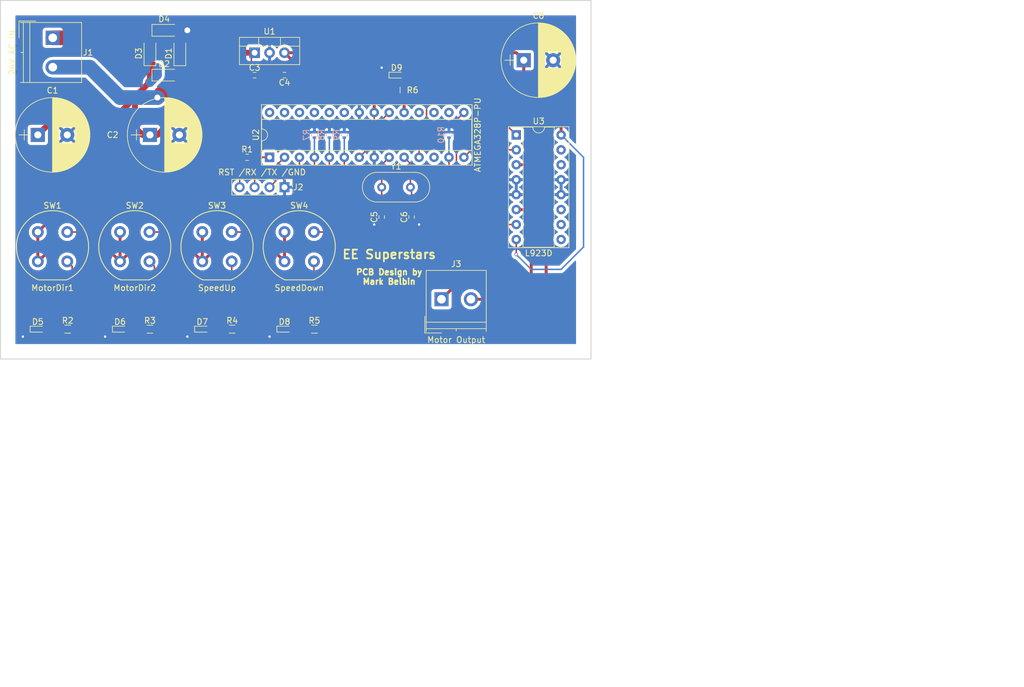
<source format=kicad_pcb>
(kicad_pcb (version 4) (host pcbnew 4.0.7)
  (layers (0 F.Cu signal) (31 B.Cu signal) (34 B.Paste user) (35 F.Paste user) (36 B.SilkS user) (37 F.SilkS user) (38 B.Mask user) (39 F.Mask user) (44 Edge.Cuts user))
  (net 0 "")
  (net 1 "Net-(C1-Pad1)")
  (net 2 GND)
  (net 3 5V)
  (net 4 "Net-(C5-Pad2)")
  (net 5 "Net-(C6-Pad2)")
  (net 6 "Net-(D1-Pad1)")
  (net 7 "Net-(D3-Pad2)")
  (net 8 "Net-(D5-Pad2)")
  (net 9 "Net-(D6-Pad2)")
  (net 10 "Net-(D7-Pad2)")
  (net 11 "Net-(D8-Pad2)")
  (net 12 "Net-(D9-Pad2)")
  (net 13 "Net-(J2-Pad2)")
  (net 14 "Net-(J2-Pad3)")
  (net 15 "Net-(J2-Pad4)")
  (net 16 "Net-(J3-Pad1)")
  (net 17 "Net-(J3-Pad2)")
  (net 18 "Net-(R2-Pad2)")
  (net 19 "Net-(R3-Pad2)")
  (net 20 "Net-(R4-Pad2)")
  (net 21 "Net-(R5-Pad2)")
  (net 22 LED5)
  (net 23 DIGPIN2)
  (net 24 DIGPIN3)
  (net 25 DIGPIN4)
  (net 26 DIGPIN5)
  (net 27 DIGPIN7)
  (net 28 DIGPIN9)
  (net 29 "Net-(U2-Pad16)")
  (net 30 "Net-(U2-Pad17)")
  (net 31 "Net-(U2-Pad18)")
  (net 32 "Net-(U2-Pad23)")
  (net 33 "Net-(U2-Pad24)")
  (net 34 "Net-(U2-Pad25)")
  (net 35 "Net-(U2-Pad12)")
  (net 36 "Net-(U2-Pad26)")
  (net 37 "Net-(U2-Pad27)")
  (net 38 DIGPIN8)
  (net 39 "Net-(U2-Pad28)")
  (net 40 "Net-(U3-Pad9)")
  (net 41 "Net-(U3-Pad10)")
  (net 42 "Net-(U3-Pad11)")
  (net 43 "Net-(U3-Pad14)")
  (net 44 "Net-(U3-Pad15)")
  (module Connectors_Terminal_Blocks:TerminalBlock_Philmore_TB132_02x5mm_Straight (layer F.Cu) (at 162.56 119.38)
    (fp_text reference J3 (at 2.5 -6) (layer F.SilkS))
    (fp_text value "Motor Output" (at 2.5 6.9) (layer F.SilkS))
    (pad 1 thru_hole rect (at 0 0) (size 2.4 2.4) (drill 1.47) (layers *.Cu *.Mask) (net 16 "Net-(J3-Pad1)"))
    (pad 2 thru_hole circle (at 5 0) (size 2.4 2.4) (drill 1.47) (layers *.Cu *.Mask) (net 17 "Net-(J3-Pad2)"))
  )
  (module Capacitors_THT:CP_Radial_D12.5mm_P5.00mm (layer F.Cu) (at 93.98 91.44)
    (fp_text reference C1 (at 2.5 -7.56) (layer F.SilkS))
    (fp_text value 470uF)
    (pad 1 thru_hole rect (at 0 0) (size 2.4 2.4) (drill 1.2) (layers *.Cu *.Mask) (net 1 "Net-(C1-Pad1)"))
    (pad 2 thru_hole circle (at 5 0) (size 2.4 2.4) (drill 1.2) (layers *.Cu *.Mask) (net 2 GND))
  )
  (module Capacitors_THT:CP_Radial_D12.5mm_P5.00mm (layer F.Cu) (at 113.03 91.44)
    (fp_text reference C2 (at -6.35 0) (layer F.SilkS))
    (fp_text value 470uF)
    (pad 1 thru_hole rect (at 0 0) (size 2.4 2.4) (drill 1.2) (layers *.Cu *.Mask) (net 1 "Net-(C1-Pad1)"))
    (pad 2 thru_hole circle (at 5 0) (size 2.4 2.4) (drill 1.2) (layers *.Cu *.Mask) (net 2 GND))
  )
  (module Capacitors_SMD:C_0402 (layer F.Cu) (at 130.81 81.28)
    (fp_text reference C3 (at 0 -1.27) (layer F.SilkS))
    (fp_text value 0.1uF)
    (pad 1 smd rect (at -0.55 0) (size 0.6 0.5) (layers F.Cu F.Paste F.Mask) (net 1 "Net-(C1-Pad1)"))
    (pad 2 smd rect (at 0.55 0) (size 0.6 0.5) (layers F.Cu F.Paste F.Mask) (net 2 GND))
  )
  (module Capacitors_SMD:C_0402 (layer F.Cu) (at 135.89 81.28 180)
    (fp_text reference C4 (at 0 -1.27 180) (layer F.SilkS))
    (fp_text value 0.1uF)
    (pad 1 smd rect (at -0.55 0 180) (size 0.6 0.5) (layers F.Cu F.Paste F.Mask) (net 3 5V))
    (pad 2 smd rect (at 0.55 0 180) (size 0.6 0.5) (layers F.Cu F.Paste F.Mask) (net 2 GND))
  )
  (module Capacitors_SMD:C_0402 (layer F.Cu) (at 152.4 105.41 90)
    (fp_text reference C5 (at 0 -1.27 90) (layer F.SilkS))
    (fp_text value 22pF)
    (pad 1 smd rect (at -0.55 0 90) (size 0.6 0.5) (layers F.Cu F.Paste F.Mask) (net 2 GND))
    (pad 2 smd rect (at 0.55 0 90) (size 0.6 0.5) (layers F.Cu F.Paste F.Mask) (net 4 "Net-(C5-Pad2)"))
  )
  (module Capacitors_SMD:C_0402 (layer F.Cu) (at 157.48 105.41 90)
    (fp_text reference C6 (at 0 -1.27 90) (layer F.SilkS))
    (fp_text value 22pF)
    (pad 1 smd rect (at -0.55 0 90) (size 0.6 0.5) (layers F.Cu F.Paste F.Mask) (net 2 GND))
    (pad 2 smd rect (at 0.55 0 90) (size 0.6 0.5) (layers F.Cu F.Paste F.Mask) (net 5 "Net-(C6-Pad2)"))
  )
  (module Capacitors_THT:CP_Radial_D12.5mm_P5.00mm (layer F.Cu) (at 176.53 78.74)
    (fp_text reference C8 (at 2.5 -7.56) (layer F.SilkS))
    (fp_text value 470uF)
    (pad 1 thru_hole rect (at 0 0) (size 2.4 2.4) (drill 1.2) (layers *.Cu *.Mask) (net 3 5V))
    (pad 2 thru_hole circle (at 5 0) (size 2.4 2.4) (drill 1.2) (layers *.Cu *.Mask) (net 2 GND))
  )
  (module Diodes_SMD:D_SOD-123F (layer F.Cu) (at 118.11 77.47 90)
    (fp_text reference D1 (at -0.127 -1.905 90) (layer F.SilkS))
    (fp_text value D1)
    (pad 1 smd rect (at -1.4 0 90) (size 1.1 1.1) (layers F.Cu F.Paste F.Mask) (net 6 "Net-(D1-Pad1)"))
    (pad 2 smd rect (at 1.4 0 90) (size 1.1 1.1) (layers F.Cu F.Paste F.Mask) (net 2 GND))
  )
  (module Diodes_SMD:D_SOD-123F (layer F.Cu) (at 115.57 81.28)
    (fp_text reference D2 (at -0.127 -1.905) (layer F.SilkS))
    (fp_text value D2)
    (pad 1 smd rect (at -1.4 0) (size 1.1 1.1) (layers F.Cu F.Paste F.Mask) (net 1 "Net-(C1-Pad1)"))
    (pad 2 smd rect (at 1.4 0) (size 1.1 1.1) (layers F.Cu F.Paste F.Mask) (net 6 "Net-(D1-Pad1)"))
  )
  (module Diodes_SMD:D_SOD-123F (layer F.Cu) (at 113.03 77.47 90)
    (fp_text reference D3 (at -0.127 -1.905 90) (layer F.SilkS))
    (fp_text value D3)
    (pad 1 smd rect (at -1.4 0 90) (size 1.1 1.1) (layers F.Cu F.Paste F.Mask) (net 1 "Net-(C1-Pad1)"))
    (pad 2 smd rect (at 1.4 0 90) (size 1.1 1.1) (layers F.Cu F.Paste F.Mask) (net 7 "Net-(D3-Pad2)"))
  )
  (module Diodes_SMD:D_SOD-123F (layer F.Cu) (at 115.57 73.66)
    (fp_text reference D4 (at -0.127 -1.905) (layer F.SilkS))
    (fp_text value DA22F2100L)
    (pad 1 smd rect (at -1.4 0) (size 1.1 1.1) (layers F.Cu F.Paste F.Mask) (net 7 "Net-(D3-Pad2)"))
    (pad 2 smd rect (at 1.4 0) (size 1.1 1.1) (layers F.Cu F.Paste F.Mask) (net 2 GND))
  )
  (module LEDs:LED_0603 (layer F.Cu) (at 93.98 124.46)
    (fp_text reference D5 (at 0 -1.25) (layer F.SilkS))
    (fp_text value LED1)
    (pad 2 smd rect (at 0.8 0 180) (size 0.8 0.8) (layers F.Cu F.Paste F.Mask) (net 8 "Net-(D5-Pad2)"))
    (pad 1 smd rect (at -0.8 0 180) (size 0.8 0.8) (layers F.Cu F.Paste F.Mask) (net 2 GND))
  )
  (module LEDs:LED_0603 (layer F.Cu) (at 107.95 124.46)
    (fp_text reference D6 (at 0 -1.25) (layer F.SilkS))
    (fp_text value LED2)
    (pad 2 smd rect (at 0.8 0 180) (size 0.8 0.8) (layers F.Cu F.Paste F.Mask) (net 9 "Net-(D6-Pad2)"))
    (pad 1 smd rect (at -0.8 0 180) (size 0.8 0.8) (layers F.Cu F.Paste F.Mask) (net 2 GND))
  )
  (module LEDs:LED_0603 (layer F.Cu) (at 121.92 124.46)
    (fp_text reference D7 (at 0 -1.25) (layer F.SilkS))
    (fp_text value LED3)
    (pad 2 smd rect (at 0.8 0 180) (size 0.8 0.8) (layers F.Cu F.Paste F.Mask) (net 10 "Net-(D7-Pad2)"))
    (pad 1 smd rect (at -0.8 0 180) (size 0.8 0.8) (layers F.Cu F.Paste F.Mask) (net 2 GND))
  )
  (module LEDs:LED_0603 (layer F.Cu) (at 135.89 124.46)
    (fp_text reference D8 (at 0 -1.25) (layer F.SilkS))
    (fp_text value LED4)
    (pad 2 smd rect (at 0.8 0 180) (size 0.8 0.8) (layers F.Cu F.Paste F.Mask) (net 11 "Net-(D8-Pad2)"))
    (pad 1 smd rect (at -0.8 0 180) (size 0.8 0.8) (layers F.Cu F.Paste F.Mask) (net 2 GND))
  )
  (module LEDs:LED_0603 (layer F.Cu) (at 154.94 81.28)
    (fp_text reference D9 (at 0 -1.25) (layer F.SilkS))
    (fp_text value LED5)
    (pad 2 smd rect (at 0.8 0 180) (size 0.8 0.8) (layers F.Cu F.Paste F.Mask) (net 12 "Net-(D9-Pad2)"))
    (pad 1 smd rect (at -0.8 0 180) (size 0.8 0.8) (layers F.Cu F.Paste F.Mask) (net 2 GND))
  )
  (module Connectors_Terminal_Blocks:TerminalBlock_Philmore_TB132_02x5mm_Straight (layer F.Cu) (at 96.52 74.93 270)
    (fp_text reference J1 (at 2.5 -6 540) (layer F.SilkS))
    (fp_text value "24V AC IN" (at 2.5 6.9 270) (layer F.SilkS))
    (pad 1 thru_hole rect (at 0 0 270) (size 2.4 2.4) (drill 1.47) (layers *.Cu *.Mask) (net 7 "Net-(D3-Pad2)"))
    (pad 2 thru_hole circle (at 5 0 270) (size 2.4 2.4) (drill 1.47) (layers *.Cu *.Mask) (net 6 "Net-(D1-Pad1)"))
  )
  (module Pin_Headers:Pin_Header_Straight_1x04_Pitch2.54mm (layer F.Cu) (at 135.89 100.33 270)
    (fp_text reference J2 (at 0 -2.33 540) (layer F.SilkS))
    (fp_text value "RST /RX /TX /GND" (at -2.54 3.81 360) (layer F.SilkS))
    (pad 1 thru_hole rect (at 0 0 270) (size 1.7 1.7) (drill 1) (layers *.Cu *.Mask) (net 2 GND))
    (pad 2 thru_hole oval (at 0 2.54 270) (size 1.7 1.7) (drill 1) (layers *.Cu *.Mask) (net 13 "Net-(J2-Pad2)"))
    (pad 3 thru_hole oval (at 0 5.08 270) (size 1.7 1.7) (drill 1) (layers *.Cu *.Mask) (net 14 "Net-(J2-Pad3)"))
    (pad 4 thru_hole oval (at 0 7.62 270) (size 1.7 1.7) (drill 1) (layers *.Cu *.Mask) (net 15 "Net-(J2-Pad4)"))
  )
  (module Resistors_SMD:R_0402 (layer F.Cu) (at 129.54 95.25)
    (fp_text reference R1 (at 0 -1.35) (layer F.SilkS))
    (fp_text value 10K)
    (pad 1 smd rect (at -0.45 0) (size 0.4 0.6) (layers F.Cu F.Paste F.Mask) (net 3 5V))
    (pad 2 smd rect (at 0.45 0) (size 0.4 0.6) (layers F.Cu F.Paste F.Mask) (net 15 "Net-(J2-Pad4)"))
  )
  (module Resistors_SMD:R_0603 (layer F.Cu) (at 99.06 124.46)
    (fp_text reference R2 (at 0 -1.45) (layer F.SilkS))
    (fp_text value 400R)
    (pad 1 smd rect (at -0.75 0) (size 0.5 0.9) (layers F.Cu F.Paste F.Mask) (net 8 "Net-(D5-Pad2)"))
    (pad 2 smd rect (at 0.75 0) (size 0.5 0.9) (layers F.Cu F.Paste F.Mask) (net 18 "Net-(R2-Pad2)"))
  )
  (module Resistors_SMD:R_0603 (layer F.Cu) (at 113.03 124.46)
    (fp_text reference R3 (at 0 -1.45) (layer F.SilkS))
    (fp_text value 400R)
    (pad 1 smd rect (at -0.75 0) (size 0.5 0.9) (layers F.Cu F.Paste F.Mask) (net 9 "Net-(D6-Pad2)"))
    (pad 2 smd rect (at 0.75 0) (size 0.5 0.9) (layers F.Cu F.Paste F.Mask) (net 19 "Net-(R3-Pad2)"))
  )
  (module Resistors_SMD:R_0603 (layer F.Cu) (at 127 124.46)
    (fp_text reference R4 (at 0 -1.45) (layer F.SilkS))
    (fp_text value 400R)
    (pad 1 smd rect (at -0.75 0) (size 0.5 0.9) (layers F.Cu F.Paste F.Mask) (net 10 "Net-(D7-Pad2)"))
    (pad 2 smd rect (at 0.75 0) (size 0.5 0.9) (layers F.Cu F.Paste F.Mask) (net 20 "Net-(R4-Pad2)"))
  )
  (module Resistors_SMD:R_0603 (layer F.Cu) (at 140.97 124.46)
    (fp_text reference R5 (at 0 -1.45) (layer F.SilkS))
    (fp_text value 400R)
    (pad 1 smd rect (at -0.75 0) (size 0.5 0.9) (layers F.Cu F.Paste F.Mask) (net 11 "Net-(D8-Pad2)"))
    (pad 2 smd rect (at 0.75 0) (size 0.5 0.9) (layers F.Cu F.Paste F.Mask) (net 21 "Net-(R5-Pad2)"))
  )
  (module Resistors_SMD:R_0603 (layer F.Cu) (at 156.21 83.82 270)
    (fp_text reference R6 (at 0 -1.45 360) (layer F.SilkS))
    (fp_text value 400R)
    (pad 1 smd rect (at -0.75 0 270) (size 0.5 0.9) (layers F.Cu F.Paste F.Mask) (net 12 "Net-(D9-Pad2)"))
    (pad 2 smd rect (at 0.75 0 270) (size 0.5 0.9) (layers F.Cu F.Paste F.Mask) (net 22 LED5))
  )
  (module Resistors_SMD:R_0402 (layer B.Cu) (at 140.97 91.44 270)
    (fp_text reference R7 (at 0 1.35 270) (layer B.SilkS) (effects (justify mirror)))
    (fp_text value 10K)
    (pad 1 smd rect (at -0.45 0 270) (size 0.4 0.6) (layers B.Cu B.Paste B.Mask) (net 2 GND))
    (pad 2 smd rect (at 0.45 0 270) (size 0.4 0.6) (layers B.Cu B.Paste B.Mask) (net 23 DIGPIN2))
  )
  (module Resistors_SMD:R_0402 (layer B.Cu) (at 143.51 91.44 270)
    (fp_text reference R8 (at 0 1.35 270) (layer B.SilkS) (effects (justify mirror)))
    (fp_text value 10K)
    (pad 1 smd rect (at -0.45 0 270) (size 0.4 0.6) (layers B.Cu B.Paste B.Mask) (net 2 GND))
    (pad 2 smd rect (at 0.45 0 270) (size 0.4 0.6) (layers B.Cu B.Paste B.Mask) (net 24 DIGPIN3))
  )
  (module Resistors_SMD:R_0402 (layer B.Cu) (at 146.05 91.44 270)
    (fp_text reference R9 (at 0 1.35 270) (layer B.SilkS) (effects (justify mirror)))
    (fp_text value 10K)
    (pad 1 smd rect (at -0.45 0 270) (size 0.4 0.6) (layers B.Cu B.Paste B.Mask) (net 2 GND))
    (pad 2 smd rect (at 0.45 0 270) (size 0.4 0.6) (layers B.Cu B.Paste B.Mask) (net 25 DIGPIN4))
  )
  (module Resistors_SMD:R_0402 (layer B.Cu) (at 163.83 91.44 270)
    (fp_text reference R10 (at 0 1.35 270) (layer B.SilkS) (effects (justify mirror)))
    (fp_text value 10K)
    (pad 1 smd rect (at -0.45 0 270) (size 0.4 0.6) (layers B.Cu B.Paste B.Mask) (net 2 GND))
    (pad 2 smd rect (at 0.45 0 270) (size 0.4 0.6) (layers B.Cu B.Paste B.Mask) (net 27 DIGPIN7))
  )
  (module Buttons_Switches_THT:Push_E-Switch_KS01Q01 (layer F.Cu) (at 93.98 107.95)
    (fp_text reference SW1 (at 2.5 -4.5) (layer F.SilkS))
    (fp_text value MotorDir1 (at 2.5 9.5) (layer F.SilkS))
    (pad 1 thru_hole circle (at 0 0) (size 2 2) (drill 1.1) (layers *.Cu *.Mask) (net 3 5V))
    (pad 2 thru_hole circle (at 5 0) (size 2 2) (drill 1.1) (layers *.Cu *.Mask) (net 23 DIGPIN2))
    (pad 4 thru_hole circle (at 5 5) (size 2 2) (drill 1.1) (layers *.Cu *.Mask) (net 18 "Net-(R2-Pad2)"))
    (pad 3 thru_hole circle (at 0 5) (size 2 2) (drill 1.1) (layers *.Cu *.Mask) (net 3 5V))
  )
  (module Buttons_Switches_THT:Push_E-Switch_KS01Q01 (layer F.Cu) (at 107.95 107.95)
    (fp_text reference SW2 (at 2.5 -4.5) (layer F.SilkS))
    (fp_text value MotorDir2 (at 2.5 9.5) (layer F.SilkS))
    (pad 1 thru_hole circle (at 0 0) (size 2 2) (drill 1.1) (layers *.Cu *.Mask) (net 3 5V))
    (pad 2 thru_hole circle (at 5 0) (size 2 2) (drill 1.1) (layers *.Cu *.Mask) (net 24 DIGPIN3))
    (pad 4 thru_hole circle (at 5 5) (size 2 2) (drill 1.1) (layers *.Cu *.Mask) (net 19 "Net-(R3-Pad2)"))
    (pad 3 thru_hole circle (at 0 5) (size 2 2) (drill 1.1) (layers *.Cu *.Mask) (net 3 5V))
  )
  (module Buttons_Switches_THT:Push_E-Switch_KS01Q01 (layer F.Cu) (at 121.92 107.95)
    (fp_text reference SW3 (at 2.5 -4.5) (layer F.SilkS))
    (fp_text value SpeedUp (at 2.5 9.5) (layer F.SilkS))
    (pad 1 thru_hole circle (at 0 0) (size 2 2) (drill 1.1) (layers *.Cu *.Mask) (net 3 5V))
    (pad 2 thru_hole circle (at 5 0) (size 2 2) (drill 1.1) (layers *.Cu *.Mask) (net 25 DIGPIN4))
    (pad 4 thru_hole circle (at 5 5) (size 2 2) (drill 1.1) (layers *.Cu *.Mask) (net 20 "Net-(R4-Pad2)"))
    (pad 3 thru_hole circle (at 0 5) (size 2 2) (drill 1.1) (layers *.Cu *.Mask) (net 3 5V))
  )
  (module Buttons_Switches_THT:Push_E-Switch_KS01Q01 (layer F.Cu) (at 135.89 107.95)
    (fp_text reference SW4 (at 2.5 -4.5) (layer F.SilkS))
    (fp_text value SpeedDown (at 2.5 9.5) (layer F.SilkS))
    (pad 1 thru_hole circle (at 0 0) (size 2 2) (drill 1.1) (layers *.Cu *.Mask) (net 3 5V))
    (pad 2 thru_hole circle (at 5 0) (size 2 2) (drill 1.1) (layers *.Cu *.Mask) (net 27 DIGPIN7))
    (pad 4 thru_hole circle (at 5 5) (size 2 2) (drill 1.1) (layers *.Cu *.Mask) (net 21 "Net-(R5-Pad2)"))
    (pad 3 thru_hole circle (at 0 5) (size 2 2) (drill 1.1) (layers *.Cu *.Mask) (net 3 5V))
  )
  (module TO_SOT_Packages_THT:TO-220_Vertical (layer F.Cu) (at 130.81 77.47)
    (fp_text reference U1 (at 2.54 -3.62) (layer F.SilkS))
    (fp_text value LM7805)
    (pad 1 thru_hole rect (at 0 0) (size 1.8 1.8) (drill 1) (layers *.Cu *.Mask) (net 1 "Net-(C1-Pad1)"))
    (pad 2 thru_hole oval (at 2.54 0) (size 1.8 1.8) (drill 1) (layers *.Cu *.Mask) (net 2 GND))
    (pad 3 thru_hole oval (at 5.08 0) (size 1.8 1.8) (drill 1) (layers *.Cu *.Mask) (net 3 5V))
  )
  (module Housings_DIP:DIP-28_W7.62mm_Socket (layer F.Cu) (at 133.35 95.25 90)
    (fp_text reference U2 (at 3.81 -2.33 90) (layer F.SilkS))
    (fp_text value ATMEGA328P-PU (at 3.81 35.35 90) (layer F.SilkS))
    (pad 1 thru_hole rect (at 0 0 90) (size 1.6 1.6) (drill 0.8) (layers *.Cu *.Mask) (net 15 "Net-(J2-Pad4)"))
    (pad 15 thru_hole oval (at 7.62 33.02 90) (size 1.6 1.6) (drill 0.8) (layers *.Cu *.Mask) (net 28 DIGPIN9))
    (pad 2 thru_hole oval (at 0 2.54 90) (size 1.6 1.6) (drill 0.8) (layers *.Cu *.Mask) (net 14 "Net-(J2-Pad3)"))
    (pad 16 thru_hole oval (at 7.62 30.48 90) (size 1.6 1.6) (drill 0.8) (layers *.Cu *.Mask) (net 29 "Net-(U2-Pad16)"))
    (pad 3 thru_hole oval (at 0 5.08 90) (size 1.6 1.6) (drill 0.8) (layers *.Cu *.Mask) (net 13 "Net-(J2-Pad2)"))
    (pad 17 thru_hole oval (at 7.62 27.94 90) (size 1.6 1.6) (drill 0.8) (layers *.Cu *.Mask) (net 30 "Net-(U2-Pad17)"))
    (pad 4 thru_hole oval (at 0 7.62 90) (size 1.6 1.6) (drill 0.8) (layers *.Cu *.Mask) (net 23 DIGPIN2))
    (pad 18 thru_hole oval (at 7.62 25.4 90) (size 1.6 1.6) (drill 0.8) (layers *.Cu *.Mask) (net 31 "Net-(U2-Pad18)"))
    (pad 5 thru_hole oval (at 0 10.16 90) (size 1.6 1.6) (drill 0.8) (layers *.Cu *.Mask) (net 24 DIGPIN3))
    (pad 19 thru_hole oval (at 7.62 22.86 90) (size 1.6 1.6) (drill 0.8) (layers *.Cu *.Mask) (net 22 LED5))
    (pad 6 thru_hole oval (at 0 12.7 90) (size 1.6 1.6) (drill 0.8) (layers *.Cu *.Mask) (net 25 DIGPIN4))
    (pad 20 thru_hole oval (at 7.62 20.32 90) (size 1.6 1.6) (drill 0.8) (layers *.Cu *.Mask) (net 3 5V))
    (pad 7 thru_hole oval (at 0 15.24 90) (size 1.6 1.6) (drill 0.8) (layers *.Cu *.Mask) (net 3 5V))
    (pad 21 thru_hole oval (at 7.62 17.78 90) (size 1.6 1.6) (drill 0.8) (layers *.Cu *.Mask) (net 3 5V))
    (pad 8 thru_hole oval (at 0 17.78 90) (size 1.6 1.6) (drill 0.8) (layers *.Cu *.Mask) (net 2 GND))
    (pad 22 thru_hole oval (at 7.62 15.24 90) (size 1.6 1.6) (drill 0.8) (layers *.Cu *.Mask) (net 2 GND))
    (pad 9 thru_hole oval (at 0 20.32 90) (size 1.6 1.6) (drill 0.8) (layers *.Cu *.Mask) (net 4 "Net-(C5-Pad2)"))
    (pad 23 thru_hole oval (at 7.62 12.7 90) (size 1.6 1.6) (drill 0.8) (layers *.Cu *.Mask) (net 32 "Net-(U2-Pad23)"))
    (pad 10 thru_hole oval (at 0 22.86 90) (size 1.6 1.6) (drill 0.8) (layers *.Cu *.Mask) (net 5 "Net-(C6-Pad2)"))
    (pad 24 thru_hole oval (at 7.62 10.16 90) (size 1.6 1.6) (drill 0.8) (layers *.Cu *.Mask) (net 33 "Net-(U2-Pad24)"))
    (pad 11 thru_hole oval (at 0 25.4 90) (size 1.6 1.6) (drill 0.8) (layers *.Cu *.Mask) (net 26 DIGPIN5))
    (pad 25 thru_hole oval (at 7.62 7.62 90) (size 1.6 1.6) (drill 0.8) (layers *.Cu *.Mask) (net 34 "Net-(U2-Pad25)"))
    (pad 12 thru_hole oval (at 0 27.94 90) (size 1.6 1.6) (drill 0.8) (layers *.Cu *.Mask) (net 35 "Net-(U2-Pad12)"))
    (pad 26 thru_hole oval (at 7.62 5.08 90) (size 1.6 1.6) (drill 0.8) (layers *.Cu *.Mask) (net 36 "Net-(U2-Pad26)"))
    (pad 13 thru_hole oval (at 0 30.48 90) (size 1.6 1.6) (drill 0.8) (layers *.Cu *.Mask) (net 27 DIGPIN7))
    (pad 27 thru_hole oval (at 7.62 2.54 90) (size 1.6 1.6) (drill 0.8) (layers *.Cu *.Mask) (net 37 "Net-(U2-Pad27)"))
    (pad 14 thru_hole oval (at 0 33.02 90) (size 1.6 1.6) (drill 0.8) (layers *.Cu *.Mask) (net 38 DIGPIN8))
    (pad 28 thru_hole oval (at 7.62 0 90) (size 1.6 1.6) (drill 0.8) (layers *.Cu *.Mask) (net 39 "Net-(U2-Pad28)"))
  )
  (module Housings_DIP:DIP-16_W7.62mm_Socket (layer F.Cu) (at 175.26 91.44)
    (fp_text reference U3 (at 3.81 -2.33) (layer F.SilkS))
    (fp_text value L923D (at 3.81 20.11) (layer F.SilkS))
    (pad 1 thru_hole rect (at 0 0) (size 1.6 1.6) (drill 0.8) (layers *.Cu *.Mask) (net 26 DIGPIN5))
    (pad 9 thru_hole oval (at 7.62 17.78) (size 1.6 1.6) (drill 0.8) (layers *.Cu *.Mask) (net 40 "Net-(U3-Pad9)"))
    (pad 2 thru_hole oval (at 0 2.54) (size 1.6 1.6) (drill 0.8) (layers *.Cu *.Mask) (net 38 DIGPIN8))
    (pad 10 thru_hole oval (at 7.62 15.24) (size 1.6 1.6) (drill 0.8) (layers *.Cu *.Mask) (net 41 "Net-(U3-Pad10)"))
    (pad 3 thru_hole oval (at 0 5.08) (size 1.6 1.6) (drill 0.8) (layers *.Cu *.Mask) (net 17 "Net-(J3-Pad2)"))
    (pad 11 thru_hole oval (at 7.62 12.7) (size 1.6 1.6) (drill 0.8) (layers *.Cu *.Mask) (net 42 "Net-(U3-Pad11)"))
    (pad 4 thru_hole oval (at 0 7.62) (size 1.6 1.6) (drill 0.8) (layers *.Cu *.Mask) (net 2 GND))
    (pad 12 thru_hole oval (at 7.62 10.16) (size 1.6 1.6) (drill 0.8) (layers *.Cu *.Mask) (net 2 GND))
    (pad 5 thru_hole oval (at 0 10.16) (size 1.6 1.6) (drill 0.8) (layers *.Cu *.Mask) (net 2 GND))
    (pad 13 thru_hole oval (at 7.62 7.62) (size 1.6 1.6) (drill 0.8) (layers *.Cu *.Mask) (net 2 GND))
    (pad 6 thru_hole oval (at 0 12.7) (size 1.6 1.6) (drill 0.8) (layers *.Cu *.Mask) (net 16 "Net-(J3-Pad1)"))
    (pad 14 thru_hole oval (at 7.62 5.08) (size 1.6 1.6) (drill 0.8) (layers *.Cu *.Mask) (net 43 "Net-(U3-Pad14)"))
    (pad 7 thru_hole oval (at 0 15.24) (size 1.6 1.6) (drill 0.8) (layers *.Cu *.Mask) (net 28 DIGPIN9))
    (pad 15 thru_hole oval (at 7.62 2.54) (size 1.6 1.6) (drill 0.8) (layers *.Cu *.Mask) (net 44 "Net-(U3-Pad15)"))
    (pad 8 thru_hole oval (at 0 17.78) (size 1.6 1.6) (drill 0.8) (layers *.Cu *.Mask) (net 3 5V))
    (pad 16 thru_hole oval (at 7.62 0) (size 1.6 1.6) (drill 0.8) (layers *.Cu *.Mask) (net 3 5V))
  )
  (module Crystals:Crystal_HC49-4H_Vertical (layer F.Cu) (at 152.4 100.33)
    (fp_text reference Y1 (at 2.44 -3.525) (layer F.SilkS))
    (fp_text value "16 MHz")
    (pad 1 thru_hole circle (at 0 0) (size 1.5 1.5) (drill 0.8) (layers *.Cu *.Mask) (net 4 "Net-(C5-Pad2)"))
    (pad 2 thru_hole circle (at 4.88 0) (size 1.5 1.5) (drill 0.8) (layers *.Cu *.Mask) (net 5 "Net-(C6-Pad2)"))
  )
  (gr_line (start 87.63 68.58) (end 187.96 68.58) (angle 90) (layer Edge.Cuts) (width 0.15))
  (gr_line (start 87.63 129.54) (end 187.96 129.54) (angle 90) (layer Edge.Cuts) (width 0.15))
  (gr_text "PCB Design by\nMark Belbin" (at 153.67 115.57) (layer F.SilkS) (effects (font (size 1 1) (thickness 0.25))))
  (gr_text "EE Superstars\n" (at 153.67 111.76) (layer F.SilkS) (effects (font (size 1.5 1.5) (thickness 0.3))))
  (gr_line (start 87.63 129.54) (end 87.63 68.58) (angle 90) (layer Edge.Cuts) (width 0.15))
  (gr_line (start 187.96 68.58) (end 187.96 129.54) (angle 90) (layer Edge.Cuts) (width 0.15))
  (segment (start 114.3 80.01) (end 114.3 81.28) (width 1.5) (layer B.Cu) (net 0))
  (segment (start 114.3 81.28) (end 113.03 82.55) (width 1.5) (layer B.Cu) (net 0))
  (segment (start 112.965 82.485) (end 114.17 81.28) (width 1.5) (layer F.Cu) (net 1))
  (segment (start 114.17 81.28) (end 114.17 80.01) (width 1.5) (layer F.Cu) (net 1))
  (segment (start 113.03 91.44) (end 114.3 91.44) (width 1) (layer F.Cu) (net 1))
  (segment (start 128.27 77.47) (end 130.81 77.47) (width 1) (layer F.Cu) (net 1))
  (segment (start 114.3 91.44) (end 128.27 77.47) (width 1) (layer F.Cu) (net 1))
  (segment (start 93.98 91.44) (end 97.79 87.63) (width 1) (layer F.Cu) (net 1))
  (segment (start 107.95 87.63) (end 110.49 85.09) (width 1) (layer F.Cu) (net 1))
  (segment (start 97.79 87.63) (end 107.95 87.63) (width 1) (layer F.Cu) (net 1))
  (segment (start 114.17 81.28) (end 114.17 81.15) (width 1) (layer F.Cu) (net 1))
  (segment (start 114.17 81.15) (end 113.03 80.01) (width 1) (layer F.Cu) (net 1))
  (segment (start 114.17 81.28) (end 113.03 81.28) (width 1) (layer F.Cu) (net 1))
  (segment (start 113.03 81.28) (end 113.03 80.01) (width 1) (layer F.Cu) (net 1))
  (segment (start 114.17 81.28) (end 114.17 80.01) (width 1) (layer F.Cu) (net 1))
  (segment (start 114.17 80.01) (end 113.03 78.87) (width 1) (layer F.Cu) (net 1))
  (segment (start 113.03 91.44) (end 111.76 91.44) (width 1) (layer F.Cu) (net 1))
  (segment (start 111.76 91.44) (end 110.49 90.17) (width 1) (layer F.Cu) (net 1))
  (segment (start 110.49 90.17) (end 110.49 85.09) (width 1) (layer F.Cu) (net 1))
  (segment (start 110.49 85.09) (end 110.49 84.96) (width 1) (layer F.Cu) (net 1))
  (segment (start 110.49 84.96) (end 112.965 82.485) (width 1) (layer F.Cu) (net 1))
  (segment (start 112.965 82.485) (end 113.03 82.42) (width 1) (layer F.Cu) (net 1))
  (segment (start 113.03 82.42) (end 113.03 80.01) (width 1) (layer F.Cu) (net 1))
  (segment (start 113.03 80.01) (end 113.03 78.74) (width 1) (layer F.Cu) (net 1))
  (segment (start 113.03 78.74) (end 113.03 78.87) (width 1) (layer F.Cu) (net 1))
  (segment (start 130.26 81.28) (end 130.26 78.02) (width 0.25) (layer F.Cu) (net 1))
  (segment (start 130.26 78.02) (end 130.81 77.47) (width 0.25) (layer F.Cu) (net 1))
  (via (at 119.38 73.66) (size 2) (drill 1) (layers F.Cu B.Cu) (net 2))
  (segment (start 118.11 74.93) (end 119.38 73.66) (width 1.5) (layer B.Cu) (net 2))
  (segment (start 119.38 73.66) (end 118.11 74.93) (width 1.5) (layer F.Cu) (net 2))
  (segment (start 118.11 76.07) (end 118.11 74.93) (width 1.5) (layer F.Cu) (net 2))
  (segment (start 118.11 74.93) (end 118.11 74.8) (width 1.5) (layer F.Cu) (net 2))
  (segment (start 118.11 74.8) (end 116.97 73.66) (width 1.5) (layer F.Cu) (net 2))
  (segment (start 118.11 74.8) (end 116.97 73.66) (width 0.5) (layer F.Cu) (net 2))
  (segment (start 154.14 81.28) (end 153.67 81.28) (width 0.5) (layer F.Cu) (net 2))
  (via (at 152.4 80.01) (size 0.6) (drill 0.4) (layers F.Cu B.Cu) (net 2))
  (segment (start 153.67 81.28) (end 152.4 80.01) (width 0.5) (layer F.Cu) (net 2))
  (segment (start 152.4 105.96) (end 151.85 105.96) (width 0.25) (layer F.Cu) (net 2))
  (via (at 151.13 106.68) (size 0.6) (drill 0.4) (layers F.Cu B.Cu) (net 2))
  (segment (start 151.85 105.96) (end 151.13 106.68) (width 0.25) (layer F.Cu) (net 2))
  (segment (start 157.48 105.96) (end 158.03 105.96) (width 0.25) (layer F.Cu) (net 2))
  (via (at 158.75 106.68) (size 0.6) (drill 0.4) (layers F.Cu B.Cu) (net 2))
  (segment (start 158.03 105.96) (end 158.75 106.68) (width 0.25) (layer F.Cu) (net 2))
  (segment (start 152.4 105.96) (end 157.48 105.96) (width 0.25) (layer F.Cu) (net 2))
  (segment (start 135.09 124.46) (end 134.62 124.46) (width 0.25) (layer F.Cu) (net 2))
  (via (at 133.35 125.73) (size 0.6) (drill 0.4) (layers F.Cu B.Cu) (net 2))
  (segment (start 134.62 124.46) (end 133.35 125.73) (width 0.25) (layer F.Cu) (net 2))
  (segment (start 121.12 124.46) (end 120.65 124.46) (width 0.25) (layer F.Cu) (net 2))
  (via (at 119.38 125.73) (size 0.6) (drill 0.4) (layers F.Cu B.Cu) (net 2))
  (segment (start 120.65 124.46) (end 119.38 125.73) (width 0.25) (layer F.Cu) (net 2))
  (segment (start 107.15 124.46) (end 106.68 124.46) (width 0.25) (layer F.Cu) (net 2))
  (via (at 105.41 125.73) (size 0.6) (drill 0.4) (layers F.Cu B.Cu) (net 2))
  (segment (start 106.68 124.46) (end 105.41 125.73) (width 0.25) (layer F.Cu) (net 2))
  (segment (start 93.18 124.46) (end 92.71 124.46) (width 0.25) (layer F.Cu) (net 2))
  (via (at 91.44 125.73) (size 0.6) (drill 0.4) (layers F.Cu B.Cu) (net 2))
  (segment (start 92.71 124.46) (end 91.44 125.73) (width 0.25) (layer F.Cu) (net 2))
  (segment (start 131.36 81.28) (end 132.08 81.28) (width 0.25) (layer F.Cu) (net 2))
  (segment (start 132.08 81.28) (end 133.35 80.01) (width 0.25) (layer F.Cu) (net 2))
  (segment (start 135.34 81.28) (end 134.62 81.28) (width 0.25) (layer F.Cu) (net 2))
  (segment (start 133.35 80.01) (end 133.35 77.47) (width 0.25) (layer F.Cu) (net 2))
  (segment (start 134.62 81.28) (end 133.35 80.01) (width 0.25) (layer F.Cu) (net 2))
  (segment (start 107.95 112.95) (end 107.95 107.95) (width 0.5) (layer F.Cu) (net 3))
  (segment (start 121.92 107.95) (end 121.92 112.95) (width 0.5) (layer F.Cu) (net 3))
  (segment (start 135.89 112.95) (end 135.89 107.95) (width 0.5) (layer F.Cu) (net 3))
  (segment (start 121.92 112.95) (end 122 112.95) (width 0.5) (layer F.Cu) (net 3))
  (segment (start 122 112.95) (end 124.46 110.49) (width 0.5) (layer F.Cu) (net 3))
  (segment (start 133.43 110.49) (end 135.89 112.95) (width 0.5) (layer F.Cu) (net 3))
  (segment (start 124.46 110.49) (end 133.43 110.49) (width 0.5) (layer F.Cu) (net 3))
  (segment (start 107.95 112.95) (end 108.03 112.95) (width 0.5) (layer F.Cu) (net 3))
  (segment (start 108.03 112.95) (end 110.49 110.49) (width 0.5) (layer F.Cu) (net 3))
  (segment (start 110.49 110.49) (end 119.46 110.49) (width 0.5) (layer F.Cu) (net 3))
  (segment (start 119.46 110.49) (end 121.92 112.95) (width 0.5) (layer F.Cu) (net 3))
  (segment (start 93.98 112.95) (end 94.06 112.95) (width 0.5) (layer F.Cu) (net 3))
  (segment (start 94.06 112.95) (end 96.52 110.49) (width 0.5) (layer F.Cu) (net 3))
  (segment (start 105.49 110.49) (end 107.95 112.95) (width 0.5) (layer F.Cu) (net 3))
  (segment (start 96.52 110.49) (end 105.49 110.49) (width 0.5) (layer F.Cu) (net 3))
  (segment (start 93.98 107.95) (end 93.98 112.95) (width 0.5) (layer F.Cu) (net 3))
  (segment (start 125.73 93.98) (end 125.73 96.52) (width 0.5) (layer F.Cu) (net 3))
  (segment (start 100.33 101.6) (end 93.98 107.95) (width 0.5) (layer F.Cu) (net 3))
  (segment (start 120.65 101.6) (end 100.33 101.6) (width 0.5) (layer F.Cu) (net 3))
  (segment (start 125.73 96.52) (end 120.65 101.6) (width 0.5) (layer F.Cu) (net 3))
  (segment (start 138.43 82.55) (end 132.08 82.55) (width 0.5) (layer F.Cu) (net 3))
  (segment (start 127 95.25) (end 129.09 95.25) (width 0.5) (layer F.Cu) (net 3))
  (segment (start 125.73 93.98) (end 127 95.25) (width 0.5) (layer F.Cu) (net 3))
  (segment (start 125.73 88.9) (end 125.73 93.98) (width 0.5) (layer F.Cu) (net 3))
  (segment (start 132.08 82.55) (end 125.73 88.9) (width 0.5) (layer F.Cu) (net 3))
  (segment (start 138.43 82.55) (end 137.16 81.28) (width 0.5) (layer F.Cu) (net 3))
  (segment (start 148.59 82.55) (end 151.13 85.09) (width 0.5) (layer F.Cu) (net 3))
  (segment (start 138.43 82.55) (end 148.59 82.55) (width 0.5) (layer F.Cu) (net 3))
  (segment (start 137.16 80.01) (end 137.16 81.28) (width 0.5) (layer F.Cu) (net 3))
  (segment (start 151.13 87.63) (end 151.13 85.09) (width 0.5) (layer F.Cu) (net 3))
  (segment (start 137.16 81.28) (end 136.44 81.28) (width 0.5) (layer F.Cu) (net 3))
  (segment (start 176.53 78.74) (end 176.53 83.82) (width 0.5) (layer F.Cu) (net 3))
  (segment (start 176.53 83.82) (end 182.88 90.17) (width 0.5) (layer F.Cu) (net 3))
  (segment (start 182.88 90.17) (end 182.88 91.44) (width 0.5) (layer F.Cu) (net 3))
  (segment (start 135.89 77.47) (end 175.26 77.47) (width 0.5) (layer F.Cu) (net 3))
  (segment (start 175.26 77.47) (end 176.53 78.74) (width 0.5) (layer F.Cu) (net 3))
  (segment (start 137.16 80.01) (end 137.16 78.74) (width 0.5) (layer F.Cu) (net 3))
  (segment (start 137.16 78.74) (end 135.89 77.47) (width 0.5) (layer F.Cu) (net 3))
  (segment (start 175.26 109.22) (end 175.26 111.76) (width 0.25) (layer F.Cu) (net 3))
  (segment (start 186.69 95.25) (end 182.88 91.44) (width 0.25) (layer B.Cu) (net 3))
  (segment (start 186.69 110.49) (end 186.69 95.25) (width 0.25) (layer B.Cu) (net 3))
  (segment (start 182.88 114.3) (end 186.69 110.49) (width 0.25) (layer B.Cu) (net 3))
  (segment (start 177.8 114.3) (end 182.88 114.3) (width 0.25) (layer B.Cu) (net 3))
  (segment (start 175.26 111.76) (end 177.8 114.3) (width 0.25) (layer B.Cu) (net 3))
  (via (at 175.26 111.76) (size 0.6) (drill 0.4) (layers F.Cu B.Cu) (net 3))
  (segment (start 182.88 91.44) (end 182.88 90.17) (width 0.25) (layer F.Cu) (net 3))
  (segment (start 182.88 90.17) (end 176.53 83.82) (width 0.25) (layer F.Cu) (net 3))
  (segment (start 151.13 90.17) (end 151.13 92.71) (width 0.25) (layer F.Cu) (net 3))
  (segment (start 151.13 92.71) (end 148.59 95.25) (width 0.25) (layer F.Cu) (net 3))
  (segment (start 151.13 90.17) (end 151.13 87.63) (width 0.25) (layer F.Cu) (net 3))
  (segment (start 151.13 90.17) (end 153.67 87.63) (width 0.25) (layer F.Cu) (net 3))
  (segment (start 136.44 78.02) (end 135.89 77.47) (width 0.25) (layer F.Cu) (net 3))
  (segment (start 152.4 100.33) (end 152.4 104.86) (width 0.25) (layer F.Cu) (net 4))
  (segment (start 152.4 100.33) (end 152.4 96.52) (width 0.25) (layer F.Cu) (net 4))
  (segment (start 152.4 96.52) (end 153.67 95.25) (width 0.25) (layer F.Cu) (net 4))
  (segment (start 157.48 104.86) (end 157.48 100.53) (width 0.25) (layer F.Cu) (net 5))
  (segment (start 157.48 100.53) (end 157.28 100.33) (width 0.25) (layer F.Cu) (net 5))
  (segment (start 157.28 100.33) (end 157.28 96.32) (width 0.25) (layer F.Cu) (net 5))
  (segment (start 157.28 96.32) (end 156.21 95.25) (width 0.25) (layer F.Cu) (net 5))
  (segment (start 96.52 79.93) (end 102.79 79.93) (width 2.5) (layer B.Cu) (net 6))
  (segment (start 118.11 81.28) (end 118.11 78.87) (width 2.5) (layer F.Cu) (net 6))
  (segment (start 114.3 85.09) (end 118.11 81.28) (width 2.5) (layer F.Cu) (net 6))
  (via (at 114.3 85.09) (size 2) (drill 1) (layers F.Cu B.Cu) (net 6))
  (segment (start 107.95 85.09) (end 114.3 85.09) (width 2.5) (layer B.Cu) (net 6))
  (segment (start 102.79 79.93) (end 107.95 85.09) (width 2.5) (layer B.Cu) (net 6))
  (segment (start 116.97 81.28) (end 116.97 81.15) (width 0.25) (layer F.Cu) (net 6))
  (segment (start 116.97 81.15) (end 118.11 80.01) (width 0.25) (layer F.Cu) (net 6))
  (segment (start 118.11 80.01) (end 118.11 78.87) (width 0.25) (layer F.Cu) (net 6))
  (segment (start 96.52 74.93) (end 112.9 74.93) (width 2.5) (layer F.Cu) (net 7))
  (segment (start 112.9 74.93) (end 114.17 73.66) (width 2.5) (layer F.Cu) (net 7))
  (segment (start 114.17 73.66) (end 114.17 73.79) (width 0.25) (layer F.Cu) (net 7))
  (segment (start 114.17 73.79) (end 113.03 74.93) (width 0.25) (layer F.Cu) (net 7))
  (segment (start 113.03 74.93) (end 113.03 76.07) (width 0.25) (layer F.Cu) (net 7))
  (segment (start 98.31 124.46) (end 94.78 124.46) (width 0.25) (layer F.Cu) (net 8))
  (segment (start 112.28 124.46) (end 108.75 124.46) (width 0.25) (layer F.Cu) (net 9))
  (segment (start 122.72 124.46) (end 126.25 124.46) (width 0.25) (layer F.Cu) (net 10))
  (segment (start 140.22 124.46) (end 136.69 124.46) (width 0.25) (layer F.Cu) (net 11))
  (segment (start 156.21 83.07) (end 156.21 81.75) (width 0.5) (layer F.Cu) (net 12))
  (segment (start 156.21 81.75) (end 155.74 81.28) (width 0.5) (layer F.Cu) (net 12))
  (segment (start 133.35 100.33) (end 135.89 97.79) (width 0.25) (layer F.Cu) (net 13))
  (segment (start 138.43 96.52) (end 138.43 95.25) (width 0.25) (layer F.Cu) (net 13))
  (segment (start 137.16 97.79) (end 138.43 96.52) (width 0.25) (layer F.Cu) (net 13))
  (segment (start 135.89 97.79) (end 137.16 97.79) (width 0.25) (layer F.Cu) (net 13))
  (segment (start 130.81 100.33) (end 130.81 99.06) (width 0.25) (layer F.Cu) (net 14))
  (segment (start 133.35 97.79) (end 135.89 95.25) (width 0.25) (layer F.Cu) (net 14))
  (segment (start 132.08 97.79) (end 133.35 97.79) (width 0.25) (layer F.Cu) (net 14))
  (segment (start 130.81 99.06) (end 132.08 97.79) (width 0.25) (layer F.Cu) (net 14))
  (segment (start 133.35 95.25) (end 129.99 95.25) (width 0.25) (layer F.Cu) (net 15))
  (segment (start 128.27 100.33) (end 128.27 99.06) (width 0.25) (layer F.Cu) (net 15))
  (segment (start 132.08 95.25) (end 133.35 95.25) (width 0.25) (layer F.Cu) (net 15))
  (segment (start 128.27 99.06) (end 132.08 95.25) (width 0.25) (layer F.Cu) (net 15))
  (segment (start 162.56 119.38) (end 165.1 116.84) (width 0.5) (layer F.Cu) (net 16))
  (segment (start 165.1 116.84) (end 176.53 116.84) (width 0.5) (layer F.Cu) (net 16))
  (segment (start 176.53 116.84) (end 177.8 115.57) (width 0.5) (layer F.Cu) (net 16))
  (segment (start 177.8 115.57) (end 177.8 105.41) (width 0.5) (layer F.Cu) (net 16))
  (segment (start 177.8 105.41) (end 176.53 104.14) (width 0.5) (layer F.Cu) (net 16))
  (segment (start 176.53 104.14) (end 175.26 104.14) (width 0.5) (layer F.Cu) (net 16))
  (segment (start 175.26 104.14) (end 176.53 104.14) (width 0.25) (layer F.Cu) (net 16))
  (segment (start 176.53 116.84) (end 165.1 116.84) (width 0.25) (layer F.Cu) (net 16))
  (segment (start 177.8 115.57) (end 176.53 116.84) (width 0.25) (layer F.Cu) (net 16))
  (segment (start 177.8 105.41) (end 177.8 115.57) (width 0.25) (layer F.Cu) (net 16))
  (segment (start 176.53 104.14) (end 177.8 105.41) (width 0.25) (layer F.Cu) (net 16))
  (segment (start 175.26 96.52) (end 179.07 96.52) (width 0.5) (layer F.Cu) (net 17))
  (segment (start 179.07 119.38) (end 167.56 119.38) (width 0.5) (layer F.Cu) (net 17))
  (segment (start 180.34 118.11) (end 179.07 119.38) (width 0.5) (layer F.Cu) (net 17))
  (segment (start 180.34 97.79) (end 180.34 118.11) (width 0.5) (layer F.Cu) (net 17))
  (segment (start 179.07 96.52) (end 180.34 97.79) (width 0.5) (layer F.Cu) (net 17))
  (segment (start 99.81 124.46) (end 99.81 113.78) (width 0.25) (layer F.Cu) (net 18))
  (segment (start 99.81 113.78) (end 98.98 112.95) (width 0.25) (layer F.Cu) (net 18))
  (segment (start 113.78 124.46) (end 113.78 113.78) (width 0.25) (layer F.Cu) (net 19))
  (segment (start 113.78 113.78) (end 112.95 112.95) (width 0.25) (layer F.Cu) (net 19))
  (segment (start 127.75 124.46) (end 127.75 117.59) (width 0.25) (layer F.Cu) (net 20))
  (segment (start 126.92 116.76) (end 126.92 112.95) (width 0.25) (layer F.Cu) (net 20))
  (segment (start 127.75 117.59) (end 126.92 116.76) (width 0.25) (layer F.Cu) (net 20))
  (segment (start 126.92 112.95) (end 126.92 114.38) (width 0.25) (layer F.Cu) (net 20))
  (segment (start 141.72 124.46) (end 141.72 117.59) (width 0.25) (layer F.Cu) (net 21))
  (segment (start 140.89 116.76) (end 140.89 112.95) (width 0.25) (layer F.Cu) (net 21))
  (segment (start 141.72 117.59) (end 140.89 116.76) (width 0.25) (layer F.Cu) (net 21))
  (segment (start 156.21 87.63) (end 156.21 84.57) (width 0.5) (layer F.Cu) (net 22))
  (segment (start 140.97 95.25) (end 140.97 91.89) (width 0.25) (layer B.Cu) (net 23))
  (segment (start 98.98 107.95) (end 102.87 107.95) (width 0.25) (layer F.Cu) (net 23))
  (segment (start 140.97 101.6) (end 140.97 95.25) (width 0.25) (layer F.Cu) (net 23))
  (segment (start 139.7 102.87) (end 140.97 101.6) (width 0.25) (layer F.Cu) (net 23))
  (segment (start 119.38 102.87) (end 139.7 102.87) (width 0.25) (layer F.Cu) (net 23))
  (segment (start 116.84 105.41) (end 119.38 102.87) (width 0.25) (layer F.Cu) (net 23))
  (segment (start 105.41 105.41) (end 116.84 105.41) (width 0.25) (layer F.Cu) (net 23))
  (segment (start 102.87 107.95) (end 105.41 105.41) (width 0.25) (layer F.Cu) (net 23))
  (segment (start 143.51 95.25) (end 143.51 91.89) (width 0.25) (layer B.Cu) (net 24))
  (segment (start 112.95 107.95) (end 116.84 107.95) (width 0.25) (layer F.Cu) (net 24))
  (segment (start 143.51 102.87) (end 143.51 95.25) (width 0.25) (layer F.Cu) (net 24))
  (segment (start 142.24 104.14) (end 143.51 102.87) (width 0.25) (layer F.Cu) (net 24))
  (segment (start 134.62 104.14) (end 142.24 104.14) (width 0.25) (layer F.Cu) (net 24))
  (segment (start 133.35 105.41) (end 134.62 104.14) (width 0.25) (layer F.Cu) (net 24))
  (segment (start 119.38 105.41) (end 133.35 105.41) (width 0.25) (layer F.Cu) (net 24))
  (segment (start 116.84 107.95) (end 119.38 105.41) (width 0.25) (layer F.Cu) (net 24))
  (segment (start 146.05 95.25) (end 146.05 91.89) (width 0.25) (layer B.Cu) (net 25))
  (segment (start 126.92 107.95) (end 132.08 107.95) (width 0.25) (layer F.Cu) (net 25))
  (segment (start 146.05 102.87) (end 146.05 95.25) (width 0.25) (layer F.Cu) (net 25))
  (segment (start 143.51 105.41) (end 146.05 102.87) (width 0.25) (layer F.Cu) (net 25))
  (segment (start 134.62 105.41) (end 143.51 105.41) (width 0.25) (layer F.Cu) (net 25))
  (segment (start 132.08 107.95) (end 134.62 105.41) (width 0.25) (layer F.Cu) (net 25))
  (segment (start 158.75 95.25) (end 158.75 90.17) (width 0.25) (layer F.Cu) (net 26))
  (segment (start 172.72 88.9) (end 175.26 91.44) (width 0.25) (layer F.Cu) (net 26))
  (segment (start 168.91 85.09) (end 172.72 88.9) (width 0.25) (layer F.Cu) (net 26))
  (segment (start 161.29 85.09) (end 168.91 85.09) (width 0.25) (layer F.Cu) (net 26))
  (segment (start 160.02 86.36) (end 161.29 85.09) (width 0.25) (layer F.Cu) (net 26))
  (segment (start 160.02 88.9) (end 160.02 86.36) (width 0.25) (layer F.Cu) (net 26))
  (segment (start 158.75 90.17) (end 160.02 88.9) (width 0.25) (layer F.Cu) (net 26))
  (segment (start 163.83 95.25) (end 163.83 91.89) (width 0.25) (layer B.Cu) (net 27))
  (segment (start 140.89 107.95) (end 146.05 107.95) (width 0.25) (layer F.Cu) (net 27))
  (segment (start 163.83 106.68) (end 163.83 95.25) (width 0.25) (layer F.Cu) (net 27))
  (segment (start 161.29 109.22) (end 163.83 106.68) (width 0.25) (layer F.Cu) (net 27))
  (segment (start 147.32 109.22) (end 161.29 109.22) (width 0.25) (layer F.Cu) (net 27))
  (segment (start 146.05 107.95) (end 147.32 109.22) (width 0.25) (layer F.Cu) (net 27))
  (segment (start 175.26 106.68) (end 173.99 106.68) (width 0.25) (layer F.Cu) (net 28))
  (segment (start 165.1 88.9) (end 166.37 87.63) (width 0.25) (layer F.Cu) (net 28))
  (segment (start 165.1 97.79) (end 165.1 88.9) (width 0.25) (layer F.Cu) (net 28))
  (segment (start 173.99 106.68) (end 165.1 97.79) (width 0.25) (layer F.Cu) (net 28))
  (segment (start 175.26 93.98) (end 167.64 93.98) (width 0.25) (layer F.Cu) (net 38))
  (segment (start 167.64 93.98) (end 166.37 95.25) (width 0.25) (layer F.Cu) (net 38))
  (zone (net 2) (net_name GND) (layer B.Cu) (connect_pads (clearance 0.508)) (min_thickness 0.254) (fill yes (arc_segments 16) (thermal_gap 0.508) (thermal_bridge_width 0.508))
    (polygon (pts (xy 185.42 127) (xy 90.17 127) (xy 90.17 71.12) (xy 185.42 71.12)))
  )
)
</source>
